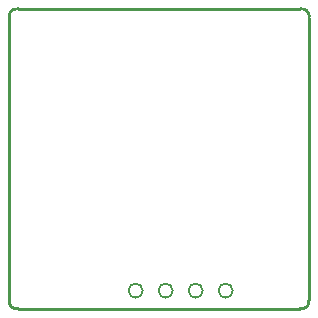
<source format=gko>
G04*
G04 #@! TF.GenerationSoftware,Altium Limited,Altium Designer,18.1.9 (240)*
G04*
G04 Layer_Color=16711935*
%FSLAX24Y24*%
%MOIN*%
G70*
G01*
G75*
%ADD12C,0.0060*%
%ADD14C,0.0100*%
D12*
X7455Y560D02*
G03*
X7455Y560I-236J0D01*
G01*
X6455D02*
G03*
X6455Y560I-236J0D01*
G01*
X5455D02*
G03*
X5455Y560I-236J0D01*
G01*
X4455Y560D02*
G03*
X4455Y560I-236J0D01*
G01*
D14*
X300Y9950D02*
G03*
X0Y9650I-50J-250D01*
G01*
X5Y249D02*
G03*
X299Y-45I245J-49D01*
G01*
X9701D02*
G03*
X9995Y249I49J245D01*
G01*
X10005Y9700D02*
G03*
X9700Y9950I-255J0D01*
G01*
X300D02*
X9700D01*
X10000Y250D02*
Y9650D01*
X300Y-50D02*
X9700D01*
X0Y250D02*
Y9650D01*
M02*

</source>
